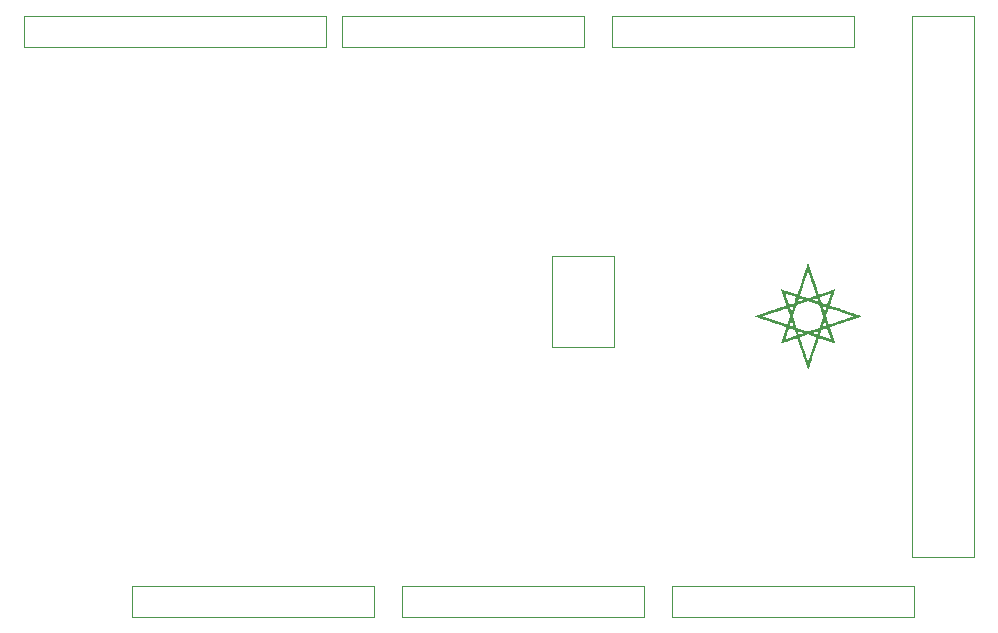
<source format=gbr>
%TF.GenerationSoftware,KiCad,Pcbnew,8.0.5*%
%TF.CreationDate,2025-08-09T00:58:03+07:00*%
%TF.ProjectId,arduino_dummy_shield,61726475-696e-46f5-9f64-756d6d795f73,rev?*%
%TF.SameCoordinates,Original*%
%TF.FileFunction,Legend,Bot*%
%TF.FilePolarity,Positive*%
%FSLAX46Y46*%
G04 Gerber Fmt 4.6, Leading zero omitted, Abs format (unit mm)*
G04 Created by KiCad (PCBNEW 8.0.5) date 2025-08-09 00:58:03*
%MOMM*%
%LPD*%
G01*
G04 APERTURE LIST*
%ADD10C,0.000000*%
%ADD11C,0.120000*%
G04 APERTURE END LIST*
D10*
%TO.C,G\u002A\u002A\u002A*%
G36*
X185942470Y-71486409D02*
G01*
X185896615Y-71622436D01*
X185853495Y-71750873D01*
X185813473Y-71870632D01*
X185776907Y-71980624D01*
X185744158Y-72079759D01*
X185715587Y-72166947D01*
X185691554Y-72241101D01*
X185672420Y-72301130D01*
X185658544Y-72345946D01*
X185650288Y-72374458D01*
X185648011Y-72385579D01*
X185648123Y-72385714D01*
X185659283Y-72390575D01*
X185687874Y-72401204D01*
X185732868Y-72417252D01*
X185793235Y-72438369D01*
X185867948Y-72464205D01*
X185955978Y-72494409D01*
X186056297Y-72528632D01*
X186073806Y-72534578D01*
X186167876Y-72566524D01*
X186289686Y-72607734D01*
X186420700Y-72651912D01*
X186559890Y-72698709D01*
X186706225Y-72747773D01*
X186858679Y-72798756D01*
X187016223Y-72851307D01*
X187030818Y-72856170D01*
X187187821Y-72908514D01*
X187339586Y-72959175D01*
X187485088Y-73007810D01*
X187623304Y-73054073D01*
X187753210Y-73097620D01*
X187873785Y-73138106D01*
X187984004Y-73175187D01*
X188082844Y-73208519D01*
X188169283Y-73237755D01*
X188242296Y-73262553D01*
X188300861Y-73282567D01*
X188343954Y-73297453D01*
X188370552Y-73306866D01*
X188378372Y-73309962D01*
X188379632Y-73310461D01*
X188378760Y-73310986D01*
X188364288Y-73316540D01*
X188333095Y-73327607D01*
X188286581Y-73343713D01*
X188226146Y-73364385D01*
X188153190Y-73389148D01*
X188069115Y-73417527D01*
X187975320Y-73449048D01*
X187873205Y-73483237D01*
X187764171Y-73519620D01*
X187649619Y-73557722D01*
X187648658Y-73558041D01*
X187545228Y-73592422D01*
X187433957Y-73629469D01*
X187316232Y-73668716D01*
X187193443Y-73709696D01*
X187066977Y-73751944D01*
X186938223Y-73794994D01*
X186808569Y-73838381D01*
X186679402Y-73881638D01*
X186552111Y-73924300D01*
X186428085Y-73965901D01*
X186308710Y-74005975D01*
X186195376Y-74044057D01*
X186101182Y-74075740D01*
X186089471Y-74079679D01*
X185992382Y-74112378D01*
X185905498Y-74141687D01*
X185830207Y-74167140D01*
X185767898Y-74188271D01*
X185719957Y-74204614D01*
X185687774Y-74215705D01*
X185672737Y-74221076D01*
X185671151Y-74222351D01*
X185669751Y-74227909D01*
X185670536Y-74238692D01*
X185673873Y-74255908D01*
X185680131Y-74280765D01*
X185689678Y-74314472D01*
X185702883Y-74358237D01*
X185720113Y-74413269D01*
X185741737Y-74480776D01*
X185768123Y-74561966D01*
X185799639Y-74658048D01*
X185836654Y-74770231D01*
X185879535Y-74899721D01*
X185911322Y-74995560D01*
X185946481Y-75101489D01*
X185979509Y-75200918D01*
X185994158Y-75244980D01*
X186009904Y-75292341D01*
X186037165Y-75374252D01*
X186060791Y-75445145D01*
X186080279Y-75503515D01*
X186095129Y-75547855D01*
X186104838Y-75576660D01*
X186108906Y-75588423D01*
X186109873Y-75591709D01*
X186109172Y-75594111D01*
X186105662Y-75595237D01*
X186098220Y-75594736D01*
X186085722Y-75592260D01*
X186067045Y-75587460D01*
X186041065Y-75579985D01*
X186006659Y-75569486D01*
X185962702Y-75555613D01*
X185908071Y-75538018D01*
X185841644Y-75516350D01*
X185762295Y-75490261D01*
X185668902Y-75459400D01*
X185560340Y-75423417D01*
X185435487Y-75381965D01*
X185293219Y-75334692D01*
X185289352Y-75333407D01*
X185189209Y-75300281D01*
X185094663Y-75269283D01*
X185007327Y-75240925D01*
X184928819Y-75215720D01*
X184860753Y-75194178D01*
X184804746Y-75176810D01*
X184762413Y-75164129D01*
X184735371Y-75156647D01*
X184725234Y-75154873D01*
X184724543Y-75156174D01*
X184720735Y-75165865D01*
X184713701Y-75185310D01*
X184703266Y-75215024D01*
X184689255Y-75255524D01*
X184671494Y-75307326D01*
X184649808Y-75370948D01*
X184624025Y-75446904D01*
X184593968Y-75535711D01*
X184559464Y-75637887D01*
X184520339Y-75753947D01*
X184476419Y-75884408D01*
X184427528Y-76029785D01*
X184373493Y-76190597D01*
X184314140Y-76367358D01*
X184249293Y-76560586D01*
X184178780Y-76770797D01*
X184102425Y-76998506D01*
X184020054Y-77244232D01*
X184002740Y-77295861D01*
X183968332Y-77398289D01*
X183936005Y-77494291D01*
X183906274Y-77582356D01*
X183879651Y-77660969D01*
X183856652Y-77728617D01*
X183837790Y-77783787D01*
X183823578Y-77824966D01*
X183814532Y-77850640D01*
X183811164Y-77859297D01*
X183811161Y-77859293D01*
X183807811Y-77849755D01*
X183798614Y-77822729D01*
X183783917Y-77779246D01*
X183764065Y-77720337D01*
X183739404Y-77647031D01*
X183710280Y-77560360D01*
X183677038Y-77461353D01*
X183640026Y-77351042D01*
X183599588Y-77230457D01*
X183556070Y-77100628D01*
X183509819Y-76962586D01*
X183461180Y-76817362D01*
X183410499Y-76665986D01*
X183358122Y-76509488D01*
X183357890Y-76508797D01*
X183305464Y-76352208D01*
X183254679Y-76200683D01*
X183205885Y-76055258D01*
X183159432Y-75916970D01*
X183115669Y-75786854D01*
X183074947Y-75665946D01*
X183037615Y-75555283D01*
X183004024Y-75455900D01*
X182974522Y-75368834D01*
X182949460Y-75295119D01*
X182929188Y-75235793D01*
X182914055Y-75191892D01*
X182904411Y-75164451D01*
X182900607Y-75154506D01*
X182900603Y-75154503D01*
X182890459Y-75156366D01*
X182863257Y-75163993D01*
X182820455Y-75176917D01*
X182763508Y-75194672D01*
X182693873Y-75216793D01*
X182613008Y-75242813D01*
X182522368Y-75272268D01*
X182423410Y-75304689D01*
X182317591Y-75339613D01*
X182206368Y-75376572D01*
X182205749Y-75376778D01*
X182094619Y-75413768D01*
X181988972Y-75448812D01*
X181890259Y-75481437D01*
X181799927Y-75511170D01*
X181719427Y-75537539D01*
X181650208Y-75560068D01*
X181593719Y-75578286D01*
X181551409Y-75591718D01*
X181524728Y-75599891D01*
X181515124Y-75602333D01*
X181515057Y-75601846D01*
X181518263Y-75588907D01*
X181526929Y-75560292D01*
X181540293Y-75518363D01*
X181557594Y-75465481D01*
X181578070Y-75404008D01*
X181600958Y-75336306D01*
X181610618Y-75307897D01*
X181631360Y-75246739D01*
X181634306Y-75238034D01*
X181875789Y-75238034D01*
X181885136Y-75243998D01*
X181886130Y-75243822D01*
X181901484Y-75239386D01*
X181933151Y-75229433D01*
X181979314Y-75214557D01*
X182038160Y-75195353D01*
X182107875Y-75172415D01*
X182186644Y-75146337D01*
X182272652Y-75117713D01*
X182364085Y-75087139D01*
X182405231Y-75073348D01*
X183117861Y-75073348D01*
X183117971Y-75073845D01*
X183122158Y-75087044D01*
X183132090Y-75117315D01*
X183147373Y-75163479D01*
X183167615Y-75224356D01*
X183192419Y-75298769D01*
X183221394Y-75385539D01*
X183254145Y-75483486D01*
X183290278Y-75591432D01*
X183329399Y-75708199D01*
X183371115Y-75832607D01*
X183415031Y-75963478D01*
X183460755Y-76099634D01*
X183470590Y-76128910D01*
X183516093Y-76264366D01*
X183559793Y-76394466D01*
X183601290Y-76518016D01*
X183640181Y-76633816D01*
X183676064Y-76740671D01*
X183708538Y-76837383D01*
X183737200Y-76922756D01*
X183761649Y-76995592D01*
X183781483Y-77054696D01*
X183796300Y-77098869D01*
X183805697Y-77126914D01*
X183809274Y-77137636D01*
X183809964Y-77137465D01*
X183815801Y-77125150D01*
X183826850Y-77096830D01*
X183842438Y-77054388D01*
X183861892Y-76999706D01*
X183884538Y-76934669D01*
X183909705Y-76861159D01*
X183936717Y-76781059D01*
X183942183Y-76764740D01*
X183968567Y-76686044D01*
X184000050Y-76592256D01*
X184035702Y-76486134D01*
X184074598Y-76370436D01*
X184115808Y-76247922D01*
X184158404Y-76121349D01*
X184201460Y-75993476D01*
X184244047Y-75867062D01*
X184285237Y-75744865D01*
X184311019Y-75668269D01*
X184357416Y-75529606D01*
X184397254Y-75409331D01*
X184430538Y-75307431D01*
X184457269Y-75223897D01*
X184477452Y-75158718D01*
X184491091Y-75111884D01*
X184498187Y-75083383D01*
X184498746Y-75073204D01*
X184487608Y-75069379D01*
X184459972Y-75060060D01*
X184418053Y-75045991D01*
X184364006Y-75027893D01*
X184299985Y-75006489D01*
X184228143Y-74982498D01*
X184150635Y-74956642D01*
X184039257Y-74919507D01*
X184800938Y-74919507D01*
X184803751Y-74922666D01*
X184820957Y-74931529D01*
X184854187Y-74945211D01*
X184903881Y-74963872D01*
X184970479Y-74987669D01*
X185054423Y-75016764D01*
X185156151Y-75051315D01*
X185221519Y-75073204D01*
X185276104Y-75091482D01*
X185307140Y-75101807D01*
X185397365Y-75131694D01*
X185481170Y-75159270D01*
X185556826Y-75183977D01*
X185622605Y-75205259D01*
X185676776Y-75222557D01*
X185717611Y-75235315D01*
X185743380Y-75242975D01*
X185752354Y-75244980D01*
X185752127Y-75244023D01*
X185747544Y-75229299D01*
X185737510Y-75198289D01*
X185722606Y-75152760D01*
X185703415Y-75094476D01*
X185680520Y-75025203D01*
X185654502Y-74946706D01*
X185625944Y-74860751D01*
X185595428Y-74769104D01*
X185438501Y-74298322D01*
X185199009Y-74379587D01*
X185141240Y-74399362D01*
X185081556Y-74420188D01*
X185030216Y-74438527D01*
X184989767Y-74453453D01*
X184962757Y-74464042D01*
X184951732Y-74469368D01*
X184949889Y-74472847D01*
X184942245Y-74492164D01*
X184930219Y-74525300D01*
X184916345Y-74564883D01*
X184914877Y-74569070D01*
X184897289Y-74620284D01*
X184878521Y-74675756D01*
X184859641Y-74732299D01*
X184841717Y-74786724D01*
X184825817Y-74835845D01*
X184813009Y-74876474D01*
X184804360Y-74905424D01*
X184800938Y-74919507D01*
X184039257Y-74919507D01*
X183814032Y-74844414D01*
X183550552Y-74931051D01*
X183466789Y-74958594D01*
X183458473Y-74961329D01*
X183380708Y-74986900D01*
X183309238Y-75010402D01*
X183246107Y-75031163D01*
X183193360Y-75048510D01*
X183153040Y-75061772D01*
X183127192Y-75070275D01*
X183117861Y-75073348D01*
X182405231Y-75073348D01*
X182829777Y-74931051D01*
X182751962Y-74699583D01*
X182706419Y-74564110D01*
X182951911Y-74564110D01*
X182952173Y-74567170D01*
X182956958Y-74585399D01*
X182966519Y-74617145D01*
X182979859Y-74659145D01*
X182995979Y-74708136D01*
X182998174Y-74714675D01*
X183018092Y-74771162D01*
X183034992Y-74813798D01*
X183048164Y-74840916D01*
X183056897Y-74850851D01*
X183063766Y-74849965D01*
X183086774Y-74844044D01*
X183121846Y-74833613D01*
X183165568Y-74819823D01*
X183214531Y-74803825D01*
X183265321Y-74786771D01*
X183314527Y-74769810D01*
X183358738Y-74754094D01*
X183394541Y-74740774D01*
X183418524Y-74730999D01*
X183425870Y-74726738D01*
X184189277Y-74726738D01*
X184190196Y-74727573D01*
X184204352Y-74733846D01*
X184233504Y-74744889D01*
X184274936Y-74759721D01*
X184325930Y-74777364D01*
X184383770Y-74796839D01*
X184578262Y-74861492D01*
X184593292Y-74821111D01*
X184604778Y-74789795D01*
X184623654Y-74736442D01*
X184641070Y-74685070D01*
X184655977Y-74638953D01*
X184667330Y-74601366D01*
X184674082Y-74575584D01*
X184675186Y-74564883D01*
X184672879Y-74564841D01*
X184655693Y-74568914D01*
X184624379Y-74578006D01*
X184581912Y-74591125D01*
X184531273Y-74607279D01*
X184475438Y-74625476D01*
X184417386Y-74644724D01*
X184360094Y-74664031D01*
X184306542Y-74682406D01*
X184259705Y-74698856D01*
X184222564Y-74712389D01*
X184198095Y-74722014D01*
X184190800Y-74725922D01*
X184189277Y-74726738D01*
X183425870Y-74726738D01*
X183427277Y-74725922D01*
X183426317Y-74725070D01*
X183412147Y-74718807D01*
X183383371Y-74707842D01*
X183342987Y-74693196D01*
X183293994Y-74675888D01*
X183239389Y-74656941D01*
X183182172Y-74637373D01*
X183125341Y-74618206D01*
X183071893Y-74600461D01*
X183024828Y-74585159D01*
X182987144Y-74573319D01*
X182961839Y-74565962D01*
X182951911Y-74564110D01*
X182706419Y-74564110D01*
X182674147Y-74468115D01*
X182434542Y-74386273D01*
X182378282Y-74367357D01*
X182317688Y-74347730D01*
X182265860Y-74331766D01*
X182225210Y-74320181D01*
X182198151Y-74313689D01*
X182187098Y-74313004D01*
X182186973Y-74313169D01*
X182182018Y-74325107D01*
X182171620Y-74353645D01*
X182156405Y-74396953D01*
X182137002Y-74453199D01*
X182114038Y-74520554D01*
X182088141Y-74597186D01*
X182059939Y-74681265D01*
X182030059Y-74770961D01*
X182028097Y-74776870D01*
X181998366Y-74866391D01*
X181970480Y-74950306D01*
X181945054Y-75026766D01*
X181922704Y-75093923D01*
X181904045Y-75149929D01*
X181889693Y-75192936D01*
X181880263Y-75221095D01*
X181876370Y-75232557D01*
X181875789Y-75238034D01*
X181634306Y-75238034D01*
X181655511Y-75175368D01*
X181682383Y-75095836D01*
X181711284Y-75010195D01*
X181741525Y-74920496D01*
X181772416Y-74828791D01*
X181803265Y-74737132D01*
X181833384Y-74647570D01*
X181862083Y-74562157D01*
X181888670Y-74482945D01*
X181912455Y-74411986D01*
X181932750Y-74351331D01*
X181948863Y-74303032D01*
X181960104Y-74269141D01*
X181965784Y-74251709D01*
X181966830Y-74247271D01*
X181965782Y-74240471D01*
X181959337Y-74233571D01*
X181945300Y-74225574D01*
X181921474Y-74215488D01*
X181885663Y-74202318D01*
X181835672Y-74185069D01*
X181769304Y-74162747D01*
X181765902Y-74161609D01*
X181648538Y-74122303D01*
X181523614Y-74080399D01*
X181518734Y-74078760D01*
X182257615Y-74078760D01*
X182258402Y-74081016D01*
X182272806Y-74090186D01*
X182303681Y-74103743D01*
X182349362Y-74120997D01*
X182408184Y-74141255D01*
X182445133Y-74153540D01*
X182493862Y-74169791D01*
X182534295Y-74183333D01*
X182563016Y-74193021D01*
X182576608Y-74197710D01*
X182584410Y-74198714D01*
X182585501Y-74188946D01*
X182585373Y-74188588D01*
X182580555Y-74174622D01*
X182570388Y-74144881D01*
X182555733Y-74101889D01*
X182537449Y-74048174D01*
X182516398Y-73986261D01*
X182493440Y-73918676D01*
X182490789Y-73910877D01*
X182468129Y-73844753D01*
X182447454Y-73785380D01*
X182429609Y-73735111D01*
X182415440Y-73696302D01*
X182405791Y-73671309D01*
X182401508Y-73662485D01*
X182400335Y-73664157D01*
X182393655Y-73680146D01*
X182382239Y-73710900D01*
X182367038Y-73753755D01*
X182349005Y-73806049D01*
X182329092Y-73865117D01*
X182320984Y-73889420D01*
X182301683Y-73947237D01*
X182284740Y-73997934D01*
X182271111Y-74038655D01*
X182261751Y-74066549D01*
X182257615Y-74078760D01*
X181518734Y-74078760D01*
X181392314Y-74036296D01*
X181255825Y-73990398D01*
X181115331Y-73943104D01*
X180972018Y-73894817D01*
X180827071Y-73845938D01*
X180681676Y-73796867D01*
X180537019Y-73748008D01*
X180394284Y-73699759D01*
X180254657Y-73652524D01*
X180119323Y-73606704D01*
X179989468Y-73562699D01*
X179866278Y-73520911D01*
X179750937Y-73481742D01*
X179644631Y-73445593D01*
X179548546Y-73412865D01*
X179463866Y-73383959D01*
X179391778Y-73359278D01*
X179333467Y-73339221D01*
X179290118Y-73324191D01*
X179262916Y-73314589D01*
X179261472Y-73314037D01*
X179959200Y-73314037D01*
X179959425Y-73314127D01*
X179972482Y-73318734D01*
X180002090Y-73328873D01*
X180046393Y-73343917D01*
X180103530Y-73363239D01*
X180171642Y-73386210D01*
X180248870Y-73412202D01*
X180333355Y-73440589D01*
X180423239Y-73470741D01*
X180457450Y-73482213D01*
X180560601Y-73516845D01*
X180677200Y-73556042D01*
X180803564Y-73598565D01*
X180936008Y-73643172D01*
X181070848Y-73688621D01*
X181204398Y-73733671D01*
X181332974Y-73777081D01*
X181452891Y-73817610D01*
X181473067Y-73824433D01*
X181573976Y-73858531D01*
X181669002Y-73890603D01*
X181756566Y-73920119D01*
X181835091Y-73946549D01*
X181903000Y-73969362D01*
X181958714Y-73988028D01*
X182000655Y-74002018D01*
X182027247Y-74010800D01*
X182036910Y-74013846D01*
X182036975Y-74013848D01*
X182037821Y-74014411D01*
X182038534Y-74014811D01*
X182039699Y-74013380D01*
X182041900Y-74008453D01*
X182045723Y-73998362D01*
X182051753Y-73981442D01*
X182060574Y-73956026D01*
X182072771Y-73920448D01*
X182088930Y-73873042D01*
X182109635Y-73812140D01*
X182135472Y-73736076D01*
X182167025Y-73643185D01*
X182284302Y-73297989D01*
X182525979Y-73297989D01*
X182691449Y-73794399D01*
X182822964Y-74188946D01*
X182856919Y-74290810D01*
X183315502Y-74444085D01*
X183328091Y-74448292D01*
X183418506Y-74478499D01*
X183503443Y-74506856D01*
X183581038Y-74532743D01*
X183649427Y-74555537D01*
X183706744Y-74574618D01*
X183751126Y-74589365D01*
X183780707Y-74599156D01*
X183793623Y-74603371D01*
X183795511Y-74603445D01*
X183813152Y-74599849D01*
X183846458Y-74590829D01*
X183893285Y-74577090D01*
X183951489Y-74559336D01*
X184018925Y-74538270D01*
X184093448Y-74514598D01*
X184172915Y-74489022D01*
X184255181Y-74462248D01*
X184338102Y-74434979D01*
X184419533Y-74407920D01*
X184497330Y-74381774D01*
X184569349Y-74357246D01*
X184633445Y-74335040D01*
X184687474Y-74315860D01*
X184729291Y-74300410D01*
X184756753Y-74289394D01*
X184767715Y-74283516D01*
X184771069Y-74275208D01*
X184780174Y-74249828D01*
X184794232Y-74209396D01*
X184801268Y-74188866D01*
X185053210Y-74188866D01*
X185059146Y-74187939D01*
X185083224Y-74181620D01*
X185118301Y-74170602D01*
X185160684Y-74156241D01*
X185206681Y-74139891D01*
X185252597Y-74122908D01*
X185294739Y-74106647D01*
X185329413Y-74092461D01*
X185352926Y-74081708D01*
X185361585Y-74075740D01*
X185361498Y-74074954D01*
X185357516Y-74060404D01*
X185348414Y-74031427D01*
X185335319Y-73991320D01*
X185319354Y-73943382D01*
X185301644Y-73890911D01*
X185283314Y-73837204D01*
X185265488Y-73785559D01*
X185249291Y-73739276D01*
X185235847Y-73701651D01*
X185226281Y-73675982D01*
X185221718Y-73665569D01*
X185221405Y-73665762D01*
X185216421Y-73677236D01*
X185206302Y-73704516D01*
X185191850Y-73745311D01*
X185173868Y-73797332D01*
X185153158Y-73858290D01*
X185130521Y-73925894D01*
X185125712Y-73940403D01*
X185104079Y-74006889D01*
X185085362Y-74066422D01*
X185070238Y-74116694D01*
X185059385Y-74155397D01*
X185053484Y-74180224D01*
X185053210Y-74188866D01*
X184801268Y-74188866D01*
X184812597Y-74155809D01*
X184834622Y-74090962D01*
X184859661Y-74016752D01*
X184887069Y-73935073D01*
X184916199Y-73847822D01*
X184938421Y-73781154D01*
X184967435Y-73694290D01*
X184994720Y-73612799D01*
X185019537Y-73538877D01*
X185041147Y-73474719D01*
X185058814Y-73422519D01*
X185071797Y-73384471D01*
X185079361Y-73362772D01*
X185100976Y-73302736D01*
X185100445Y-73301174D01*
X185337208Y-73301174D01*
X185337737Y-73302736D01*
X185392519Y-73464567D01*
X185409150Y-73513687D01*
X185434274Y-73587877D01*
X185461540Y-73668376D01*
X185488628Y-73748334D01*
X185513219Y-73820904D01*
X185519325Y-73838839D01*
X185538671Y-73894538D01*
X185555910Y-73942523D01*
X185570031Y-73980086D01*
X185580026Y-74004517D01*
X185584884Y-74013110D01*
X185587113Y-74012577D01*
X185604037Y-74007237D01*
X185633001Y-73997460D01*
X185669316Y-73984821D01*
X185673996Y-73983180D01*
X185703363Y-73973047D01*
X185749108Y-73957408D01*
X185809526Y-73936840D01*
X185882913Y-73911919D01*
X185967565Y-73883218D01*
X186061775Y-73851315D01*
X186163841Y-73816784D01*
X186272056Y-73780201D01*
X186384717Y-73742141D01*
X186500119Y-73703180D01*
X186616556Y-73663892D01*
X186732325Y-73624854D01*
X186845720Y-73586640D01*
X186955037Y-73549827D01*
X187058572Y-73514989D01*
X187154619Y-73482702D01*
X187241473Y-73453542D01*
X187317431Y-73428083D01*
X187380788Y-73406901D01*
X187429838Y-73390572D01*
X187476797Y-73374879D01*
X187534848Y-73355133D01*
X187584413Y-73337874D01*
X187622969Y-73323996D01*
X187647997Y-73314393D01*
X187656972Y-73309962D01*
X187656326Y-73309548D01*
X187642544Y-73304216D01*
X187611714Y-73293212D01*
X187565012Y-73276936D01*
X187503613Y-73255787D01*
X187428690Y-73230163D01*
X187341419Y-73200465D01*
X187242974Y-73167090D01*
X187134530Y-73130439D01*
X187017262Y-73090910D01*
X186892344Y-73048903D01*
X186760951Y-73004817D01*
X186624258Y-72959050D01*
X186588998Y-72947257D01*
X186453247Y-72901852D01*
X186322916Y-72858258D01*
X186199199Y-72816873D01*
X186083285Y-72778097D01*
X185976368Y-72742328D01*
X185879638Y-72709964D01*
X185794287Y-72681405D01*
X185721508Y-72657049D01*
X185662491Y-72637295D01*
X185618429Y-72622542D01*
X185590513Y-72613188D01*
X185579935Y-72609632D01*
X185577809Y-72611090D01*
X185569154Y-72627494D01*
X185555214Y-72661309D01*
X185536306Y-72711675D01*
X185512749Y-72777730D01*
X185484860Y-72858611D01*
X185452958Y-72953458D01*
X185337208Y-73301174D01*
X185100445Y-73301174D01*
X184937096Y-72820390D01*
X184806396Y-72435702D01*
X185048970Y-72435702D01*
X185051913Y-72445251D01*
X185060292Y-72470899D01*
X185073295Y-72510203D01*
X185090114Y-72560724D01*
X185109939Y-72620022D01*
X185131960Y-72685659D01*
X185153916Y-72750813D01*
X185174012Y-72810099D01*
X185191247Y-72860586D01*
X185204786Y-72899840D01*
X185213795Y-72925430D01*
X185217441Y-72934923D01*
X185218230Y-72933742D01*
X185224116Y-72918914D01*
X185234853Y-72889229D01*
X185249515Y-72847321D01*
X185267176Y-72795822D01*
X185286910Y-72737366D01*
X185294810Y-72713700D01*
X185313410Y-72657177D01*
X185329120Y-72608287D01*
X185341091Y-72569746D01*
X185348471Y-72544271D01*
X185350410Y-72534578D01*
X185343654Y-72531669D01*
X185321736Y-72523773D01*
X185288377Y-72512320D01*
X185247321Y-72498538D01*
X185202311Y-72483655D01*
X185157091Y-72468899D01*
X185115403Y-72455498D01*
X185080991Y-72444679D01*
X185057599Y-72437671D01*
X185048970Y-72435702D01*
X184806396Y-72435702D01*
X184773216Y-72338043D01*
X184299919Y-72178062D01*
X183826622Y-72018081D01*
X183775930Y-72029956D01*
X183759145Y-72034663D01*
X183724784Y-72045270D01*
X183675890Y-72060882D01*
X183614547Y-72080815D01*
X183542841Y-72104388D01*
X183462856Y-72130919D01*
X183376676Y-72159726D01*
X183286387Y-72190127D01*
X182847534Y-72338423D01*
X182813160Y-72441000D01*
X182686756Y-72818206D01*
X182526328Y-73296947D01*
X182525979Y-73297989D01*
X182284302Y-73297989D01*
X182284656Y-73296947D01*
X182170783Y-72954454D01*
X182169257Y-72949863D01*
X182143492Y-72872437D01*
X182119753Y-72801209D01*
X182098727Y-72738237D01*
X182081102Y-72685578D01*
X182067569Y-72645289D01*
X182058814Y-72619429D01*
X182055527Y-72610055D01*
X182054045Y-72610424D01*
X182037842Y-72615493D01*
X182004718Y-72626188D01*
X181955841Y-72642125D01*
X181892375Y-72662920D01*
X181815486Y-72688188D01*
X181726341Y-72717545D01*
X181626103Y-72750608D01*
X181515940Y-72786992D01*
X181397017Y-72826313D01*
X181270500Y-72868187D01*
X181137554Y-72912230D01*
X180999345Y-72958058D01*
X180942586Y-72976902D01*
X180806794Y-73022117D01*
X180676980Y-73065524D01*
X180554287Y-73106731D01*
X180439858Y-73145347D01*
X180334839Y-73180981D01*
X180240371Y-73213242D01*
X180157599Y-73241737D01*
X180087666Y-73266075D01*
X180031716Y-73285866D01*
X179990893Y-73300718D01*
X179966340Y-73310238D01*
X179959200Y-73314037D01*
X179261472Y-73314037D01*
X179253047Y-73310816D01*
X179253037Y-73310728D01*
X179262740Y-73306413D01*
X179289887Y-73296327D01*
X179333463Y-73280816D01*
X179392449Y-73260225D01*
X179465828Y-73234899D01*
X179552583Y-73205186D01*
X179651697Y-73171430D01*
X179762152Y-73133978D01*
X179882931Y-73093174D01*
X180013018Y-73049365D01*
X180151393Y-73002896D01*
X180297042Y-72954114D01*
X180448945Y-72903363D01*
X180606086Y-72850990D01*
X180616854Y-72847405D01*
X180773959Y-72795079D01*
X180925942Y-72744412D01*
X181071769Y-72695750D01*
X181210409Y-72649439D01*
X181340828Y-72605826D01*
X181461996Y-72565258D01*
X181538470Y-72539617D01*
X182280823Y-72539617D01*
X182282876Y-72554598D01*
X182290414Y-72584453D01*
X182302613Y-72626321D01*
X182318648Y-72677336D01*
X182337695Y-72734636D01*
X182346759Y-72761178D01*
X182368855Y-72825281D01*
X182385651Y-72872834D01*
X182397720Y-72905336D01*
X182405633Y-72924285D01*
X182409961Y-72931179D01*
X182411277Y-72927518D01*
X182413842Y-72918750D01*
X182421981Y-72893738D01*
X182434879Y-72855029D01*
X182451701Y-72805118D01*
X182471609Y-72746497D01*
X182493768Y-72681659D01*
X182514265Y-72621225D01*
X182533623Y-72562790D01*
X182549585Y-72513133D01*
X182561391Y-72474671D01*
X182568280Y-72449820D01*
X182569491Y-72441000D01*
X182568652Y-72441070D01*
X182553540Y-72444933D01*
X182524830Y-72453716D01*
X182486549Y-72466057D01*
X182442720Y-72480595D01*
X182397368Y-72495968D01*
X182354519Y-72510812D01*
X182318198Y-72523766D01*
X182292428Y-72533468D01*
X182281236Y-72538556D01*
X182280823Y-72539617D01*
X181538470Y-72539617D01*
X181572879Y-72528080D01*
X181672446Y-72494639D01*
X181759665Y-72465281D01*
X181833502Y-72440353D01*
X181892927Y-72420201D01*
X181936907Y-72405171D01*
X181964409Y-72395610D01*
X181974403Y-72391864D01*
X181972742Y-72382386D01*
X181965295Y-72355802D01*
X181952493Y-72313592D01*
X181934806Y-72257215D01*
X181912704Y-72188131D01*
X181886657Y-72107798D01*
X181857136Y-72017676D01*
X181824612Y-71919225D01*
X181789554Y-71813903D01*
X181752432Y-71703170D01*
X181716254Y-71595472D01*
X181680968Y-71490122D01*
X181648096Y-71391671D01*
X181643739Y-71378575D01*
X181888266Y-71378575D01*
X181888353Y-71379263D01*
X181892370Y-71393061D01*
X181901832Y-71423204D01*
X181916167Y-71467935D01*
X181934804Y-71525492D01*
X181957171Y-71594116D01*
X181982697Y-71672048D01*
X182010812Y-71757527D01*
X182040942Y-71848793D01*
X182048504Y-71871649D01*
X182078338Y-71961678D01*
X182106183Y-72045476D01*
X182131448Y-72121283D01*
X182153545Y-72187337D01*
X182171883Y-72241879D01*
X182185872Y-72283147D01*
X182194921Y-72309381D01*
X182198442Y-72318821D01*
X182204504Y-72317487D01*
X182226829Y-72310829D01*
X182263165Y-72299364D01*
X182310983Y-72283902D01*
X182367755Y-72265254D01*
X182430954Y-72244231D01*
X182660670Y-72167369D01*
X182695308Y-72063264D01*
X182940243Y-72063264D01*
X182943926Y-72063017D01*
X182963001Y-72058009D01*
X182995522Y-72047952D01*
X183038584Y-72033869D01*
X183089277Y-72016779D01*
X183144695Y-71997705D01*
X183201932Y-71977669D01*
X183258079Y-71957691D01*
X183310229Y-71938794D01*
X183355475Y-71921999D01*
X183390911Y-71908327D01*
X183413628Y-71898800D01*
X183417947Y-71896144D01*
X184193596Y-71896144D01*
X184202153Y-71900491D01*
X184226797Y-71910143D01*
X184265194Y-71924259D01*
X184315005Y-71941992D01*
X184373897Y-71962499D01*
X184439532Y-71984936D01*
X184441639Y-71985650D01*
X184507660Y-72007626D01*
X184566509Y-72026491D01*
X184615930Y-72041577D01*
X184653670Y-72052219D01*
X184677473Y-72057751D01*
X184685086Y-72057505D01*
X184683703Y-72053559D01*
X184676765Y-72033089D01*
X184665434Y-71999302D01*
X184650914Y-71955788D01*
X184634404Y-71906134D01*
X184626087Y-71881391D01*
X184610280Y-71836146D01*
X184596798Y-71799853D01*
X184586858Y-71775728D01*
X184581679Y-71766988D01*
X184572056Y-71769462D01*
X184547013Y-71777146D01*
X184510102Y-71788939D01*
X184464707Y-71803714D01*
X184414211Y-71820346D01*
X184361999Y-71837709D01*
X184311455Y-71854677D01*
X184265962Y-71870124D01*
X184228903Y-71882925D01*
X184203664Y-71891954D01*
X184197627Y-71894439D01*
X184193628Y-71896085D01*
X184193596Y-71896144D01*
X183417947Y-71896144D01*
X183420719Y-71894439D01*
X183413330Y-71890315D01*
X183389603Y-71880580D01*
X183353710Y-71867528D01*
X183309055Y-71852237D01*
X183259040Y-71835783D01*
X183207071Y-71819245D01*
X183156551Y-71803699D01*
X183110884Y-71790223D01*
X183073472Y-71779894D01*
X183047721Y-71773790D01*
X183037034Y-71772988D01*
X183035005Y-71776526D01*
X183026920Y-71796023D01*
X183014710Y-71828987D01*
X182999641Y-71871939D01*
X182982981Y-71921402D01*
X182974646Y-71946839D01*
X182960115Y-71992339D01*
X182948885Y-72029077D01*
X182941934Y-72053803D01*
X182940243Y-72063264D01*
X182695308Y-72063264D01*
X182739982Y-71928996D01*
X182819293Y-71690624D01*
X182395664Y-71547205D01*
X183107134Y-71547205D01*
X183107187Y-71547237D01*
X183117599Y-71550980D01*
X183144388Y-71560145D01*
X183185489Y-71574038D01*
X183238836Y-71591965D01*
X183302365Y-71613232D01*
X183374008Y-71637145D01*
X183451702Y-71663009D01*
X183453031Y-71663450D01*
X183531454Y-71689328D01*
X183535442Y-71690624D01*
X183604547Y-71713081D01*
X183670114Y-71734025D01*
X183725957Y-71751471D01*
X183769877Y-71764735D01*
X183799679Y-71773128D01*
X183813164Y-71775964D01*
X183818601Y-71774779D01*
X183840836Y-71768339D01*
X183877379Y-71757038D01*
X183925701Y-71741711D01*
X183983270Y-71723192D01*
X184047554Y-71702316D01*
X184071838Y-71694371D01*
X184806163Y-71694371D01*
X184807365Y-71700986D01*
X184813867Y-71723905D01*
X184825170Y-71760776D01*
X184840484Y-71809083D01*
X184859023Y-71866312D01*
X184879997Y-71929947D01*
X184922379Y-72057505D01*
X184957290Y-72162577D01*
X185176534Y-72237577D01*
X185215784Y-72250935D01*
X185275042Y-72270826D01*
X185326909Y-72287903D01*
X185368617Y-72301270D01*
X185397398Y-72310030D01*
X185410486Y-72313288D01*
X185411734Y-72312463D01*
X185419419Y-72298452D01*
X185432111Y-72268752D01*
X185449081Y-72225492D01*
X185469601Y-72170800D01*
X185492940Y-72106805D01*
X185518369Y-72035635D01*
X185545160Y-71959419D01*
X185572582Y-71880285D01*
X185599908Y-71800362D01*
X185626406Y-71721779D01*
X185651349Y-71646664D01*
X185674007Y-71577146D01*
X185693650Y-71515353D01*
X185709550Y-71463414D01*
X185720977Y-71423457D01*
X185727201Y-71397611D01*
X185727494Y-71388005D01*
X185727461Y-71387998D01*
X185716679Y-71390707D01*
X185689604Y-71398942D01*
X185648410Y-71411983D01*
X185595270Y-71429105D01*
X185532357Y-71449588D01*
X185461844Y-71472707D01*
X185385905Y-71497740D01*
X185306712Y-71523965D01*
X185240330Y-71546039D01*
X185226440Y-71550658D01*
X185147260Y-71577098D01*
X185071347Y-71602562D01*
X185000874Y-71626326D01*
X184938013Y-71647669D01*
X184884939Y-71665868D01*
X184843823Y-71680199D01*
X184816841Y-71689941D01*
X184806163Y-71694371D01*
X184071838Y-71694371D01*
X184116021Y-71679916D01*
X184186142Y-71656829D01*
X184255383Y-71633887D01*
X184321214Y-71611926D01*
X184381104Y-71591781D01*
X184432520Y-71574285D01*
X184472932Y-71560273D01*
X184499809Y-71550579D01*
X184510619Y-71546039D01*
X184509361Y-71541057D01*
X184502590Y-71519212D01*
X184490413Y-71481311D01*
X184473307Y-71428785D01*
X184451750Y-71363068D01*
X184426221Y-71285591D01*
X184397198Y-71197787D01*
X184365159Y-71101088D01*
X184330583Y-70996926D01*
X184293949Y-70886734D01*
X184255733Y-70771944D01*
X184216415Y-70653988D01*
X184176473Y-70534299D01*
X184136386Y-70414309D01*
X184096631Y-70295449D01*
X184057687Y-70179153D01*
X184020033Y-70066853D01*
X183984146Y-69959981D01*
X183950504Y-69859969D01*
X183919588Y-69768250D01*
X183891873Y-69686256D01*
X183867840Y-69615419D01*
X183847966Y-69557171D01*
X183832729Y-69512945D01*
X183822608Y-69484174D01*
X183818082Y-69472288D01*
X183817797Y-69471802D01*
X183810944Y-69473819D01*
X183800259Y-69493843D01*
X183786269Y-69530904D01*
X183784908Y-69534887D01*
X183758906Y-69611114D01*
X183729319Y-69698077D01*
X183696617Y-69794381D01*
X183661268Y-69898635D01*
X183623742Y-70009446D01*
X183584508Y-70125422D01*
X183544035Y-70245170D01*
X183502791Y-70367298D01*
X183461245Y-70490414D01*
X183419868Y-70613124D01*
X183379127Y-70734037D01*
X183339492Y-70851760D01*
X183301431Y-70964901D01*
X183265414Y-71072066D01*
X183231910Y-71171865D01*
X183201388Y-71262904D01*
X183174316Y-71343790D01*
X183151164Y-71413132D01*
X183132401Y-71469537D01*
X183118495Y-71511612D01*
X183109916Y-71537966D01*
X183107134Y-71547205D01*
X182395664Y-71547205D01*
X182354793Y-71533368D01*
X182333485Y-71526157D01*
X182243845Y-71495898D01*
X182160401Y-71467847D01*
X182084910Y-71442588D01*
X182019130Y-71420703D01*
X181964818Y-71402776D01*
X181923732Y-71389391D01*
X181897628Y-71381129D01*
X181888266Y-71378575D01*
X181643739Y-71378575D01*
X181618117Y-71301570D01*
X181591512Y-71221271D01*
X181568760Y-71152225D01*
X181550340Y-71095884D01*
X181536733Y-71053700D01*
X181528418Y-71027124D01*
X181525875Y-71017607D01*
X181534292Y-71019845D01*
X181559832Y-71027890D01*
X181601044Y-71041301D01*
X181656472Y-71059591D01*
X181724662Y-71082276D01*
X181804159Y-71108869D01*
X181893506Y-71138885D01*
X181991250Y-71171838D01*
X182095934Y-71207243D01*
X182206104Y-71244614D01*
X182309382Y-71279581D01*
X182414634Y-71314964D01*
X182513120Y-71347816D01*
X182603377Y-71377661D01*
X182683939Y-71404023D01*
X182753343Y-71426426D01*
X182810124Y-71444393D01*
X182852816Y-71457450D01*
X182879957Y-71465119D01*
X182890080Y-71466925D01*
X182892636Y-71460231D01*
X182901055Y-71436218D01*
X182914900Y-71395976D01*
X182933747Y-71340770D01*
X182957172Y-71271862D01*
X182984748Y-71190516D01*
X183016053Y-71097997D01*
X183050660Y-70995568D01*
X183088146Y-70884493D01*
X183128085Y-70766035D01*
X183170053Y-70641459D01*
X183213624Y-70512029D01*
X183258375Y-70379007D01*
X183303880Y-70243658D01*
X183349715Y-70107246D01*
X183395455Y-69971035D01*
X183440675Y-69836288D01*
X183484951Y-69704269D01*
X183527857Y-69576241D01*
X183568970Y-69453470D01*
X183607863Y-69337218D01*
X183644113Y-69228749D01*
X183677295Y-69129327D01*
X183706984Y-69040216D01*
X183732755Y-68962679D01*
X183754184Y-68897981D01*
X183770845Y-68847386D01*
X183782314Y-68812156D01*
X183810480Y-68724659D01*
X183903088Y-68997771D01*
X183907071Y-69009532D01*
X183924245Y-69060417D01*
X183946925Y-69127826D01*
X183974595Y-69210209D01*
X184006734Y-69306017D01*
X184042825Y-69413702D01*
X184082348Y-69531715D01*
X184124785Y-69658506D01*
X184169618Y-69792526D01*
X184216327Y-69932227D01*
X184264394Y-70076060D01*
X184313301Y-70222474D01*
X184362528Y-70369923D01*
X184393255Y-70461963D01*
X184439319Y-70599869D01*
X184483424Y-70731827D01*
X184525187Y-70856692D01*
X184564224Y-70973321D01*
X184600152Y-71080569D01*
X184632587Y-71177292D01*
X184661144Y-71262345D01*
X184685440Y-71334584D01*
X184705092Y-71392865D01*
X184719715Y-71436043D01*
X184728926Y-71462975D01*
X184732341Y-71472515D01*
X184734402Y-71472067D01*
X184751577Y-71466811D01*
X184784687Y-71456173D01*
X184831960Y-71440745D01*
X184891625Y-71421118D01*
X184961913Y-71397886D01*
X185041050Y-71371641D01*
X185127268Y-71342975D01*
X185218794Y-71312480D01*
X185313859Y-71280749D01*
X185410690Y-71248374D01*
X185507518Y-71215948D01*
X185602570Y-71184063D01*
X185694077Y-71153311D01*
X185780268Y-71124284D01*
X185859370Y-71097576D01*
X185929614Y-71073778D01*
X185989229Y-71053482D01*
X186036444Y-71037281D01*
X186069487Y-71025768D01*
X186086588Y-71019535D01*
X186092352Y-71019214D01*
X186094173Y-71026722D01*
X186090653Y-71044956D01*
X186081283Y-71076438D01*
X186065553Y-71123690D01*
X186040947Y-71195945D01*
X185990701Y-71343882D01*
X185975770Y-71388005D01*
X185942470Y-71486409D01*
G37*
D11*
%TO.C,J4*%
X144390000Y-50530000D02*
X144390000Y-47870000D01*
X164830000Y-47870000D02*
X144390000Y-47870000D01*
X164830000Y-50530000D02*
X144390000Y-50530000D01*
X164830000Y-50530000D02*
X164830000Y-47870000D01*
%TO.C,J5*%
X172330000Y-96130000D02*
X173660000Y-96130000D01*
X172330000Y-98790000D02*
X172330000Y-96130000D01*
X192770000Y-96130000D02*
X173660000Y-96130000D01*
X192770000Y-98790000D02*
X172330000Y-98790000D01*
X192770000Y-98790000D02*
X192770000Y-96130000D01*
%TO.C,J1*%
X126610000Y-98790000D02*
X126610000Y-96130000D01*
X147050000Y-96130000D02*
X126610000Y-96130000D01*
X147050000Y-98790000D02*
X126610000Y-98790000D01*
X147050000Y-98790000D02*
X147050000Y-96130000D01*
%TO.C,J3*%
X149470000Y-98790000D02*
X149470000Y-96130000D01*
X169910000Y-96130000D02*
X149470000Y-96130000D01*
X169910000Y-98790000D02*
X149470000Y-98790000D01*
X169910000Y-98790000D02*
X169910000Y-96130000D01*
%TO.C,J2*%
X117466000Y-50530000D02*
X117466000Y-47870000D01*
X142986000Y-47870000D02*
X117466000Y-47870000D01*
X142986000Y-50530000D02*
X117466000Y-50530000D01*
X142986000Y-50530000D02*
X142986000Y-47870000D01*
%TO.C,J6*%
X167250000Y-50530000D02*
X167250000Y-47870000D01*
X187690000Y-47870000D02*
X167250000Y-47870000D01*
X187690000Y-50530000D02*
X167250000Y-50530000D01*
X187690000Y-50530000D02*
X187690000Y-47870000D01*
%TO.C,J7*%
X192650000Y-47870000D02*
X192650000Y-93710000D01*
X197850000Y-47870000D02*
X192650000Y-47870000D01*
X197850000Y-47870000D02*
X197850000Y-93710000D01*
X197850000Y-93710000D02*
X192650000Y-93710000D01*
%TO.C,J8*%
X162170000Y-68190000D02*
X167370000Y-68190000D01*
X162170000Y-75930000D02*
X162170000Y-68190000D01*
X162170000Y-75930000D02*
X167370000Y-75930000D01*
X167370000Y-75930000D02*
X167370000Y-68190000D01*
%TD*%
M02*

</source>
